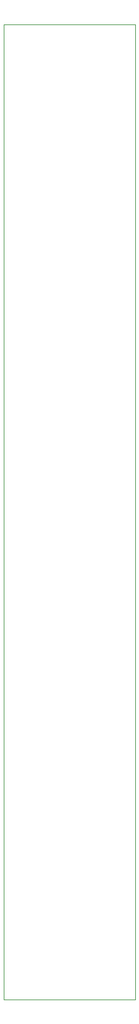
<source format=gm1>
G04 #@! TF.GenerationSoftware,KiCad,Pcbnew,(5.1.10-1-10_14)*
G04 #@! TF.CreationDate,2021-11-01T16:25:37+01:00*
G04 #@! TF.ProjectId,idc50_breakout,69646335-305f-4627-9265-616b6f75742e,rev?*
G04 #@! TF.SameCoordinates,Original*
G04 #@! TF.FileFunction,Profile,NP*
%FSLAX46Y46*%
G04 Gerber Fmt 4.6, Leading zero omitted, Abs format (unit mm)*
G04 Created by KiCad (PCBNEW (5.1.10-1-10_14)) date 2021-11-01 16:25:37*
%MOMM*%
%LPD*%
G01*
G04 APERTURE LIST*
G04 #@! TA.AperFunction,Profile*
%ADD10C,0.050000*%
G04 #@! TD*
G04 APERTURE END LIST*
D10*
X104140000Y-151993600D02*
X104140000Y-20320000D01*
X86283800Y-151993600D02*
X104140000Y-151993600D01*
X86360000Y-20320000D02*
X86283800Y-151993600D01*
X104140000Y-20320000D02*
X86360000Y-20320000D01*
M02*

</source>
